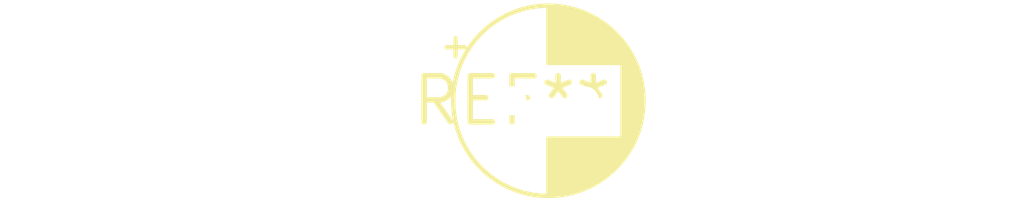
<source format=kicad_pcb>
(kicad_pcb (version 20240108) (generator pcbnew)
  (layers (0 "F.Cu" signal) (31 "B.Cu" signal) (34 "B.Paste" user) (35 "F.Paste" user) (36 "B.SilkS" user "B.Silkscreen") (37 "F.SilkS" user "F.Silkscreen") (38 "B.Mask" user) (39 "F.Mask" user) (44 "Edge.Cuts" user))
  (net 0 "")
  (footprint "CP_Radial_D5.0mm_P2.00mm" (layer "F.Cu") (at 0 0)
    (property "Reference" "REF**")
    (property "Value" "CP_Radial_D5.0mm_P2.00mm")
    (fp_line (start -1.804775 -1.475) (end -1.304775 -1.475) (layer "F.SilkS") (stroke (width 0.12)))
    (fp_line (start -1.554775 -1.725) (end -1.554775 -1.225) (layer "F.SilkS") (stroke (width 0.12)))
    (fp_line (start 1 -2.58) (end 1 -1.04) (layer "F.SilkS") (stroke (width 0.12)))
    (fp_line (start 1 1.04) (end 1 2.58) (layer "F.SilkS") (stroke (width 0.12)))
    (fp_line (start 1.04 -2.58) (end 1.04 -1.04) (layer "F.SilkS") (stroke (width 0.12)))
    (fp_line (start 1.04 1.04) (end 1.04 2.58) (layer "F.SilkS") (stroke (width 0.12)))
    (fp_line (start 1.08 -2.579) (end 1.08 -1.04) (layer "F.SilkS") (stroke (width 0.12)))
    (fp_line (start 1.08 1.04) (end 1.08 2.579) (layer "F.SilkS") (stroke (width 0.12)))
    (fp_line (start 1.12 -2.578) (end 1.12 -1.04) (layer "F.SilkS") (stroke (width 0.12)))
    (fp_line (start 1.12 1.04) (end 1.12 2.578) (layer "F.SilkS") (stroke (width 0.12)))
    (fp_line (start 1.16 -2.576) (end 1.16 -1.04) (layer "F.SilkS") (stroke (width 0.12)))
    (fp_line (start 1.16 1.04) (end 1.16 2.576) (layer "F.SilkS") (stroke (width 0.12)))
    (fp_line (start 1.2 -2.573) (end 1.2 -1.04) (layer "F.SilkS") (stroke (width 0.12)))
    (fp_line (start 1.2 1.04) (end 1.2 2.573) (layer "F.SilkS") (stroke (width 0.12)))
    (fp_line (start 1.24 -2.569) (end 1.24 -1.04) (layer "F.SilkS") (stroke (width 0.12)))
    (fp_line (start 1.24 1.04) (end 1.24 2.569) (layer "F.SilkS") (stroke (width 0.12)))
    (fp_line (start 1.28 -2.565) (end 1.28 -1.04) (layer "F.SilkS") (stroke (width 0.12)))
    (fp_line (start 1.28 1.04) (end 1.28 2.565) (layer "F.SilkS") (stroke (width 0.12)))
    (fp_line (start 1.32 -2.561) (end 1.32 -1.04) (layer "F.SilkS") (stroke (width 0.12)))
    (fp_line (start 1.32 1.04) (end 1.32 2.561) (layer "F.SilkS") (stroke (width 0.12)))
    (fp_line (start 1.36 -2.556) (end 1.36 -1.04) (layer "F.SilkS") (stroke (width 0.12)))
    (fp_line (start 1.36 1.04) (end 1.36 2.556) (layer "F.SilkS") (stroke (width 0.12)))
    (fp_line (start 1.4 -2.55) (end 1.4 -1.04) (layer "F.SilkS") (stroke (width 0.12)))
    (fp_line (start 1.4 1.04) (end 1.4 2.55) (layer "F.SilkS") (stroke (width 0.12)))
    (fp_line (start 1.44 -2.543) (end 1.44 -1.04) (layer "F.SilkS") (stroke (width 0.12)))
    (fp_line (start 1.44 1.04) (end 1.44 2.543) (layer "F.SilkS") (stroke (width 0.12)))
    (fp_line (start 1.48 -2.536) (end 1.48 -1.04) (layer "F.SilkS") (stroke (width 0.12)))
    (fp_line (start 1.48 1.04) (end 1.48 2.536) (layer "F.SilkS") (stroke (width 0.12)))
    (fp_line (start 1.52 -2.528) (end 1.52 -1.04) (layer "F.SilkS") (stroke (width 0.12)))
    (fp_line (start 1.52 1.04) (end 1.52 2.528) (layer "F.SilkS") (stroke (width 0.12)))
    (fp_line (start 1.56 -2.52) (end 1.56 -1.04) (layer "F.SilkS") (stroke (width 0.12)))
    (fp_line (start 1.56 1.04) (end 1.56 2.52) (layer "F.SilkS") (stroke (width 0.12)))
    (fp_line (start 1.6 -2.511) (end 1.6 -1.04) (layer "F.SilkS") (stroke (width 0.12)))
    (fp_line (start 1.6 1.04) (end 1.6 2.511) (layer "F.SilkS") (stroke (width 0.12)))
    (fp_line (start 1.64 -2.501) (end 1.64 -1.04) (layer "F.SilkS") (stroke (width 0.12)))
    (fp_line (start 1.64 1.04) (end 1.64 2.501) (layer "F.SilkS") (stroke (width 0.12)))
    (fp_line (start 1.68 -2.491) (end 1.68 -1.04) (layer "F.SilkS") (stroke (width 0.12)))
    (fp_line (start 1.68 1.04) (end 1.68 2.491) (layer "F.SilkS") (stroke (width 0.12)))
    (fp_line (start 1.721 -2.48) (end 1.721 -1.04) (layer "F.SilkS") (stroke (width 0.12)))
    (fp_line (start 1.721 1.04) (end 1.721 2.48) (layer "F.SilkS") (stroke (width 0.12)))
    (fp_line (start 1.761 -2.468) (end 1.761 -1.04) (layer "F.SilkS") (stroke (width 0.12)))
    (fp_line (start 1.761 1.04) (end 1.761 2.468) (layer "F.SilkS") (stroke (width 0.12)))
    (fp_line (start 1.801 -2.455) (end 1.801 -1.04) (layer "F.SilkS") (stroke (width 0.12)))
    (fp_line (start 1.801 1.04) (end 1.801 2.455) (layer "F.SilkS") (stroke (width 0.12)))
    (fp_line (start 1.841 -2.442) (end 1.841 -1.04) (layer "F.SilkS") (stroke (width 0.12)))
    (fp_line (start 1.841 1.04) (end 1.841 2.442) (layer "F.SilkS") (stroke (width 0.12)))
    (fp_line (start 1.881 -2.428) (end 1.881 -1.04) (layer "F.SilkS") (stroke (width 0.12)))
    (fp_line (start 1.881 1.04) (end 1.881 2.428) (layer "F.SilkS") (stroke (width 0.12)))
    (fp_line (start 1.921 -2.414) (end 1.921 -1.04) (layer "F.SilkS") (stroke (width 0.12)))
    (fp_line (start 1.921 1.04) (end 1.921 2.414) (layer "F.SilkS") (stroke (width 0.12)))
    (fp_line (start 1.961 -2.398) (end 1.961 -1.04) (layer "F.SilkS") (stroke (width 0.12)))
    (fp_line (start 1.961 1.04) (end 1.961 2.398) (layer "F.SilkS") (stroke (width 0.12)))
    (fp_line (start 2.001 -2.382) (end 2.001 -1.04) (layer "F.SilkS") (stroke (width 0.12)))
    (fp_line (start 2.001 1.04) (end 2.001 2.382) (layer "F.SilkS") (stroke (width 0.12)))
    (fp_line (start 2.041 -2.365) (end 2.041 -1.04) (layer "F.SilkS") (stroke (width 0.12)))
    (fp_line (start 2.041 1.04) (end 2.041 2.365) (layer "F.SilkS") (stroke (width 0.12)))
    (fp_line (start 2.081 -2.348) (end 2.081 -1.04) (layer "F.SilkS") (stroke (width 0.12)))
    (fp_line (start 2.081 1.04) (end 2.081 2.348) (layer "F.SilkS") (stroke (width 0.12)))
    (fp_line (start 2.121 -2.329) (end 2.121 -1.04) (layer "F.SilkS") (stroke (width 0.12)))
    (fp_line (start 2.121 1.04) (end 2.121 2.329) (layer "F.SilkS") (stroke (width 0.12)))
    (fp_line (start 2.161 -2.31) (end 2.161 -1.04) (layer "F.SilkS") (stroke (width 0.12)))
    (fp_line (start 2.161 1.04) (end 2.161 2.31) (layer "F.SilkS") (stroke (width 0.12)))
    (fp_line (start 2.201 -2.29) (end 2.201 -1.04) (layer "F.SilkS") (stroke (width 0.12)))
    (fp_line (start 2.201 1.04) (end 2.201 2.29) (layer "F.SilkS") (stroke (width 0.12)))
    (fp_line (start 2.241 -2.268) (end 2.241 -1.04) (layer "F.SilkS") (stroke (width 0.12)))
    (fp_line (start 2.241 1.04) (end 2.241 2.268) (layer "F.SilkS") (stroke (width 0.12)))
    (fp_line (start 2.281 -2.247) (end 2.281 -1.04) (layer "F.SilkS") (stroke (width 0.12)))
    (fp_line (start 2.281 1.04) (end 2.281 2.247) (layer "F.SilkS") (stroke (width 0.12)))
    (fp_line (start 2.321 -2.224) (end 2.321 -1.04) (layer "F.SilkS") (stroke (width 0.12)))
    (fp_line (start 2.321 1.04) (end 2.321 2.224) (layer "F.SilkS") (stroke (width 0.12)))
    (fp_line (start 2.361 -2.2) (end 2.361 -1.04) (layer "F.SilkS") (stroke (width 0.12)))
    (fp_line (start 2.361 1.04) (end 2.361 2.2) (layer "F.SilkS") (stroke (width 0.12)))
    (fp_line (start 2.401 -2.175) (end 2.401 -1.04) (layer "F.SilkS") (stroke (width 0.12)))
    (fp_line (start 2.401 1.04) (end 2.401 2.175) (layer "F.SilkS") (stroke (width 0.12)))
    (fp_line (start 2.441 -2.149) (end 2.441 -1.04) (layer "F.SilkS") (stroke (width 0.12)))
    (fp_line (start 2.441 1.04) (end 2.441 2.149) (layer "F.SilkS") (stroke (width 0.12)))
    (fp_line (start 2.481 -2.122) (end 2.481 -1.04) (layer "F.SilkS") (stroke (width 0.12)))
    (fp_line (start 2.481 1.04) (end 2.481 2.122) (layer "F.SilkS") (stroke (width 0.12)))
    (fp_line (start 2.521 -2.095) (end 2.521 -1.04) (layer "F.SilkS") (stroke (width 0.12)))
    (fp_line (start 2.521 1.04) (end 2.521 2.095) (layer "F.SilkS") (stroke (width 0.12)))
    (fp_line (start 2.561 -2.065) (end 2.561 -1.04) (layer "F.SilkS") (stroke (width 0.12)))
    (fp_line (start 2.561 1.04) (end 2.561 2.065) (layer "F.SilkS") (stroke (width 0.12)))
    (fp_line (start 2.601 -2.035) (end 2.601 -1.04) (layer "F.SilkS") (stroke (width 0.12)))
    (fp_line (start 2.601 1.04) (end 2.601 2.035) (layer "F.SilkS") (stroke (width 0.12)))
    (fp_line (start 2.641 -2.004) (end 2.641 -1.04) (layer "F.SilkS") (stroke (width 0.12)))
    (fp_line (start 2.641 1.04) (end 2.641 2.004) (layer "F.SilkS") (stroke (width 0.12)))
    (fp_line (start 2.681 -1.971) (end 2.681 -1.04) (layer "F.SilkS") (stroke (width 0.12)))
    (fp_line (start 2.681 1.04) (end 2.681 1.971) (layer "F.SilkS") (stroke (width 0.12)))
    (fp_line (start 2.721 -1.937) (end 2.721 -1.04) (layer "F.SilkS") (stroke (width 0.12)))
    (fp_line (start 2.721 1.04) (end 2.721 1.937) (layer "F.SilkS") (stroke (width 0.12)))
    (fp_line (start 2.761 -1.901) (end 2.761 -1.04) (layer "F.SilkS") (stroke (width 0.12)))
    (fp_line (start 2.761 1.04) (end 2.761 1.901) (layer "F.SilkS") (stroke (width 0.12)))
    (fp_line (start 2.801 -1.864) (end 2.801 -1.04) (layer "F.SilkS") (stroke (width 0.12)))
    (fp_line (start 2.801 1.04) (end 2.801 1.864) (layer "F.SilkS") (stroke (width 0.12)))
    (fp_line (start 2.841 -1.826) (end 2.841 -1.04) (layer "F.SilkS") (stroke (width 0.12)))
    (fp_line (start 2.841 1.04) (end 2.841 1.826) (layer "F.SilkS") (stroke (width 0.12)))
    (fp_line (start 2.881 -1.785) (end 2.881 -1.04) (layer "F.SilkS") (stroke (width 0.12)))
    (fp_line (start 2.881 1.04) (end 2.881 1.785) (layer "F.SilkS") (stroke (width 0.12)))
    (fp_line (start 2.921 -1.743) (end 2.921 -1.04) (layer "F.SilkS") (stroke (width 0.12)))
    (fp_line (start 2.921 1.04) (end 2.921 1.743) (layer "F.SilkS") (stroke (width 0.12)))
    (fp_line (start 2.961 -1.699) (end 2.961 -1.04) (layer "F.SilkS") (stroke (width 0.12)))
    (fp_line (start 2.961 1.04) (end 2.961 1.699) (layer "F.SilkS") (stroke (width 0.12)))
    (fp_line (start 3.001 -1.653) (end 3.001 -1.04) (layer "F.SilkS") (stroke (width 0.12)))
    (fp_line (start 3.001 1.04) (end 3.001 1.653) (layer "F.SilkS") (stroke (width 0.12)))
    (fp_line (start 3.041 -1.605) (end 3.041 1.605) (layer "F.SilkS") (stroke (width 0.12)))
    (fp_line (start 3.081 -1.554) (end 3.081 1.554) (layer "F.SilkS") (stroke (width 0.12)))
    (fp_line (start 3.121 -1.5) (end 3.121 1.5) (layer "F.SilkS") (stroke (width 0.12)))
    (fp_line (start 3.161 -1.443) (end 3.161 1.443) (layer "F.SilkS") (stroke (width 0.12)))
    (fp_line (start 3.201 -1.383) (end 3.201 1.383) (layer "F.SilkS") (stroke (width 0.12)))
    (fp_line (start 3.241 -1.319) (end 3.241 1.319) (layer "F.SilkS") (stroke (width 0.12)))
    (fp_line (start 3.281 -1.251) (end 3.281 1.251) (layer "F.SilkS") (stroke (width 0.12)))
    (fp_line (start 3.321 -1.178) (end 3.321 1.178) (layer "F.SilkS") (stroke (width 0.12)))
    (fp_line (start 3.361 -1.098) (end 3.361 1.098) (layer "F.SilkS") (stroke (width 0.12)))
    (fp_line (start 3.401 -1.011) (end 3.401 1.011) (layer "F.SilkS") (stroke (width 0.12)))
    (fp_line (start 3.441 -0.915) (end 3.441 0.915) (layer "F.SilkS") (stroke (width 0.12)))
    (fp_line (start 3.481 -0.805) (end 3.481 0.805) (layer "F.SilkS") (stroke (width 0.12)))
    (fp_line (start 3.521 -0.677) (end 3.521 0.677) (layer "F.SilkS") (stroke (width 0.12)))
    (fp_line (start 3.561 -0.518) (end 3.561 0.518) (layer "F.SilkS") (stroke (width 0.12)))
    (fp_line (start 3.601 -0.284) (end 3.601 0.284) (layer "F.SilkS") (stroke (width 0.12)))
    (fp_circle (center 1 0) (end 3.62 0) (layer "F.SilkS") (stroke (width 0.12)) (fill none))
    (pad "1" thru_hole rect (at 0 0) (size 1.6 1.6) (drill 0.8) (layers *.Cu *.Mask) (remove_unused_layers))
    (pad "2" thru_hole circle (at 2 0) (size 1.6 1.6) (drill 0.8) (layers *.Cu *.Mask) (remove_unused_layers))
  )
)
</source>
